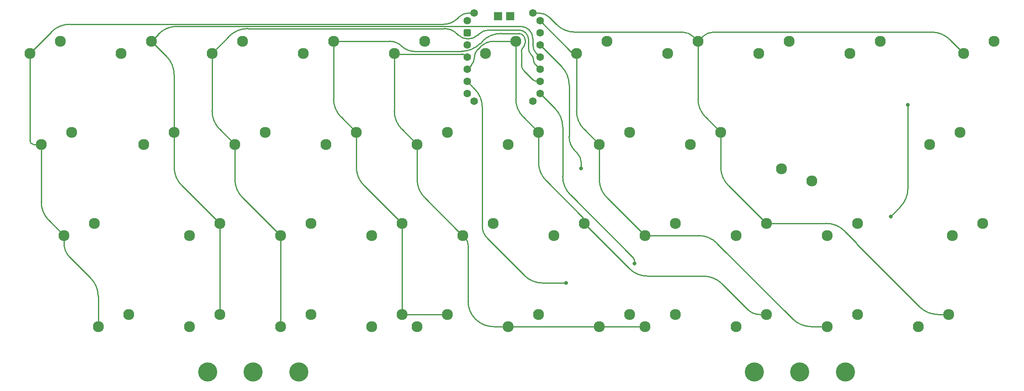
<source format=gbr>
%TF.GenerationSoftware,KiCad,Pcbnew,8.0.0*%
%TF.CreationDate,2024-02-25T16:00:07+01:00*%
%TF.ProjectId,QASS_PCB,51415353-5f50-4434-922e-6b696361645f,rev?*%
%TF.SameCoordinates,Original*%
%TF.FileFunction,Copper,L1,Top*%
%TF.FilePolarity,Positive*%
%FSLAX46Y46*%
G04 Gerber Fmt 4.6, Leading zero omitted, Abs format (unit mm)*
G04 Created by KiCad (PCBNEW 8.0.0) date 2024-02-25 16:00:07*
%MOMM*%
%LPD*%
G01*
G04 APERTURE LIST*
G04 Aperture macros list*
%AMRoundRect*
0 Rectangle with rounded corners*
0 $1 Rounding radius*
0 $2 $3 $4 $5 $6 $7 $8 $9 X,Y pos of 4 corners*
0 Add a 4 corners polygon primitive as box body*
4,1,4,$2,$3,$4,$5,$6,$7,$8,$9,$2,$3,0*
0 Add four circle primitives for the rounded corners*
1,1,$1+$1,$2,$3*
1,1,$1+$1,$4,$5*
1,1,$1+$1,$6,$7*
1,1,$1+$1,$8,$9*
0 Add four rect primitives between the rounded corners*
20,1,$1+$1,$2,$3,$4,$5,0*
20,1,$1+$1,$4,$5,$6,$7,0*
20,1,$1+$1,$6,$7,$8,$9,0*
20,1,$1+$1,$8,$9,$2,$3,0*%
G04 Aperture macros list end*
%TA.AperFunction,ComponentPad*%
%ADD10C,2.300000*%
%TD*%
%TA.AperFunction,ComponentPad*%
%ADD11C,4.000000*%
%TD*%
%TA.AperFunction,ComponentPad*%
%ADD12C,1.600000*%
%TD*%
%TA.AperFunction,ComponentPad*%
%ADD13RoundRect,0.400000X0.400000X-0.400000X0.400000X0.400000X-0.400000X0.400000X-0.400000X-0.400000X0*%
%TD*%
%TA.AperFunction,ComponentPad*%
%ADD14R,1.700000X1.700000*%
%TD*%
%TA.AperFunction,ViaPad*%
%ADD15C,0.800000*%
%TD*%
%TA.AperFunction,Conductor*%
%ADD16C,0.250000*%
%TD*%
G04 APERTURE END LIST*
D10*
%TO.P,MX24,1,1*%
%TO.N,c2*%
X81915000Y-65325625D03*
%TO.P,MX24,2,2*%
%TO.N,Net-(D11-A1)*%
X88265000Y-62785625D03*
%TD*%
%TO.P,MX39,1,1*%
%TO.N,Net-(D18-A2)*%
X215265000Y-84375625D03*
%TO.P,MX39,2,2*%
%TO.N,c7*%
X221615000Y-81835625D03*
%TD*%
%TO.P,MX10,1,1*%
%TO.N,Net-(D4-A2)*%
X200977500Y-27225625D03*
%TO.P,MX10,2,2*%
%TO.N,c6*%
X207327500Y-24685625D03*
%TD*%
%TO.P,MX5,1,1*%
%TO.N,c4*%
X105727500Y-27225625D03*
%TO.P,MX5,2,2*%
%TO.N,Net-(D2-A1)*%
X112077500Y-24685625D03*
%TD*%
%TO.P,MX2,1,1*%
%TO.N,Net-(D40-A2)*%
X48577500Y-27225625D03*
%TO.P,MX2,2,2*%
%TO.N,c1*%
X54927500Y-24685625D03*
%TD*%
%TO.P,MX3,1,1*%
%TO.N,c2*%
X67627500Y-27225625D03*
%TO.P,MX3,2,2*%
%TO.N,Net-(D1-A1)*%
X73977500Y-24685625D03*
%TD*%
%TO.P,MX27,1,1*%
%TO.N,Net-(D12-A2)*%
X139065000Y-65325625D03*
%TO.P,MX27,2,2*%
%TO.N,c5*%
X145415000Y-62785625D03*
%TD*%
%TO.P,MX25,1,1*%
%TO.N,Net-(D11-A2)*%
X100965000Y-65325625D03*
%TO.P,MX25,2,2*%
%TO.N,c3*%
X107315000Y-62785625D03*
%TD*%
%TO.P,MX31,1,1*%
%TO.N,Net-(D14-A2)*%
X222408750Y-65325625D03*
%TO.P,MX31,2,2*%
%TO.N,c1*%
X228758750Y-62785625D03*
%TD*%
%TO.P,MX33,1,1*%
%TO.N,Net-(D15-A2)*%
X62865000Y-84375625D03*
%TO.P,MX33,2,2*%
%TO.N,c1*%
X69215000Y-81835625D03*
%TD*%
%TO.P,MX8,1,1*%
%TO.N,Net-(D3-A2)*%
X162877500Y-27225625D03*
%TO.P,MX8,2,2*%
%TO.N,c7*%
X169227500Y-24685625D03*
%TD*%
%TO.P,MX21,2,2*%
%TO.N,c2*%
X223996250Y-43735625D03*
%TO.P,MX21,1,1*%
%TO.N,Net-(D9-A2)*%
X217646250Y-46275625D03*
%TD*%
%TO.P,MX36,1,1*%
%TO.N,c4*%
X158115000Y-84375625D03*
%TO.P,MX36,2,2*%
%TO.N,Net-(D17-A1)*%
X164465000Y-81835625D03*
%TD*%
%TO.P,MX14,2,2*%
%TO.N,Net-(D6-A1)*%
X78740000Y-43735625D03*
%TO.P,MX14,1,1*%
%TO.N,c2*%
X72390000Y-46275625D03*
%TD*%
%TO.P,MX16,2,2*%
%TO.N,Net-(D7-A1)*%
X116840000Y-43735625D03*
%TO.P,MX16,1,1*%
%TO.N,c4*%
X110490000Y-46275625D03*
%TD*%
%TO.P,MX38,1,1*%
%TO.N,c6*%
X196215000Y-84375625D03*
%TO.P,MX38,2,2*%
%TO.N,Net-(D18-A1)*%
X202565000Y-81835625D03*
%TD*%
%TO.P,MX13,1,1*%
%TO.N,Net-(D5-A2)*%
X53340000Y-46275625D03*
%TO.P,MX13,2,2*%
%TO.N,c1*%
X59690000Y-43735625D03*
%TD*%
%TO.P,MX19,2,2*%
%TO.N,c7*%
X173990000Y-43735625D03*
%TO.P,MX19,1,1*%
%TO.N,Net-(D8-A2)*%
X167640000Y-46275625D03*
%TD*%
%TO.P,MX22,1,1*%
%TO.N,c0*%
X36671250Y-65325625D03*
%TO.P,MX22,2,2*%
%TO.N,Net-(D10-A1)*%
X43021250Y-62785625D03*
%TD*%
%TO.P,MX17,2,2*%
%TO.N,c5*%
X135890000Y-43735625D03*
%TO.P,MX17,1,1*%
%TO.N,Net-(D7-A2)*%
X129540000Y-46275625D03*
%TD*%
%TO.P,MX11,1,1*%
%TO.N,c7*%
X224790000Y-27225625D03*
%TO.P,MX11,2,2*%
%TO.N,Net-(D19-A2)*%
X231140000Y-24685625D03*
%TD*%
%TO.P,MX34,1,1*%
%TO.N,c2*%
X81915000Y-84375625D03*
%TO.P,MX34,2,2*%
%TO.N,Net-(D16-A1)*%
X88265000Y-81835625D03*
%TD*%
%TO.P,MX9,1,1*%
%TO.N,c5*%
X181927500Y-27225625D03*
%TO.P,MX9,2,2*%
%TO.N,Net-(D4-A1)*%
X188277500Y-24685625D03*
%TD*%
%TO.P,MX41,1,1*%
%TO.N,c4*%
X129540000Y-84375625D03*
%TO.P,MX41,2,2*%
%TO.N,Net-(D17-A1)*%
X135890000Y-81835625D03*
%TD*%
%TO.P,MX23,1,1*%
%TO.N,Net-(D10-A2)*%
X62865000Y-65325625D03*
%TO.P,MX23,2,2*%
%TO.N,c1*%
X69215000Y-62785625D03*
%TD*%
%TO.P,MX12,1,1*%
%TO.N,c0*%
X31908750Y-46275625D03*
%TO.P,MX12,2,2*%
%TO.N,Net-(D5-A1)*%
X38258750Y-43735625D03*
%TD*%
%TO.P,MX6,1,1*%
%TO.N,Net-(D2-A2)*%
X124777500Y-27225625D03*
%TO.P,MX6,2,2*%
%TO.N,c5*%
X131127500Y-24685625D03*
%TD*%
%TO.P,MX4,1,1*%
%TO.N,Net-(D1-A2)*%
X86677500Y-27225625D03*
%TO.P,MX4,2,2*%
%TO.N,c3*%
X93027500Y-24685625D03*
%TD*%
%TO.P,MX30,1,1*%
%TO.N,c3*%
X196215000Y-65325625D03*
%TO.P,MX30,2,2*%
%TO.N,Net-(D14-A1)*%
X202565000Y-62785625D03*
%TD*%
%TO.P,MX7,1,1*%
%TO.N,c6*%
X143827500Y-27225625D03*
%TO.P,MX7,2,2*%
%TO.N,Net-(D3-A1)*%
X150177500Y-24685625D03*
%TD*%
%TO.P,MX18,2,2*%
%TO.N,Net-(D8-A1)*%
X154940000Y-43735625D03*
%TO.P,MX18,1,1*%
%TO.N,c6*%
X148590000Y-46275625D03*
%TD*%
%TO.P,MX28,1,1*%
%TO.N,c6*%
X158115000Y-65325625D03*
%TO.P,MX28,2,2*%
%TO.N,Net-(D13-A1)*%
X164465000Y-62785625D03*
%TD*%
%TO.P,MX29,1,1*%
%TO.N,Net-(D13-A2)*%
X177165000Y-65325625D03*
%TO.P,MX29,2,2*%
%TO.N,c7*%
X183515000Y-62785625D03*
%TD*%
%TO.P,MX35,1,1*%
%TO.N,Net-(D16-A2)*%
X100965000Y-84375625D03*
%TO.P,MX35,2,2*%
%TO.N,c3*%
X107315000Y-81835625D03*
%TD*%
%TO.P,MX42,1,1*%
%TO.N,c4*%
X148590000Y-84375625D03*
%TO.P,MX42,2,2*%
%TO.N,Net-(D17-A1)*%
X154940000Y-81835625D03*
%TD*%
%TO.P,MX1,1,1*%
%TO.N,c0*%
X29527500Y-27225625D03*
%TO.P,MX1,2,2*%
%TO.N,Net-(D40-A1)*%
X35877500Y-24685625D03*
%TD*%
%TO.P,MX37,1,1*%
%TO.N,Net-(D17-A2)*%
X177165000Y-84375625D03*
%TO.P,MX37,2,2*%
%TO.N,c5*%
X183515000Y-81835625D03*
%TD*%
%TO.P,MX32,1,1*%
%TO.N,c0*%
X43815000Y-84375625D03*
%TO.P,MX32,2,2*%
%TO.N,Net-(D15-A1)*%
X50165000Y-81835625D03*
%TD*%
%TO.P,MX15,1,1*%
%TO.N,Net-(D6-A2)*%
X91440000Y-46275625D03*
%TO.P,MX15,2,2*%
%TO.N,c3*%
X97790000Y-43735625D03*
%TD*%
%TO.P,MX40,1,1*%
%TO.N,Net-(D16-A2)*%
X110490000Y-84375625D03*
%TO.P,MX40,2,2*%
%TO.N,c3*%
X116840000Y-81835625D03*
%TD*%
D11*
%TO.P,S7,*%
%TO.N,*%
X200025000Y-93900625D03*
X190500000Y-93900625D03*
X76200000Y-93900625D03*
X66675000Y-93900625D03*
%TD*%
D10*
%TO.P,MX26,1,1*%
%TO.N,c4*%
X120015000Y-65325625D03*
%TO.P,MX26,2,2*%
%TO.N,Net-(D12-A1)*%
X126365000Y-62785625D03*
%TD*%
%TO.P,MX20,2,2*%
%TO.N,Net-(D9-A1)*%
X193040000Y-53895625D03*
%TO.P,MX20,1,1*%
%TO.N,c4*%
X186690000Y-51355625D03*
%TD*%
D11*
%TO.P,S6,*%
%TO.N,*%
X180975000Y-93900625D03*
X85725000Y-93900625D03*
%TD*%
D12*
%TO.P,U1,1,P3.2*%
%TO.N,c6*%
X136207500Y-20399375D03*
%TO.P,U1,2,P1.1*%
%TO.N,r0*%
X136207500Y-22939375D03*
%TO.P,U1,3,P1.2*%
%TO.N,r1*%
X136207500Y-25479375D03*
%TO.P,U1,4,P1.3*%
%TO.N,c1*%
X136207500Y-28019375D03*
%TO.P,U1,5,P3.5*%
%TO.N,c2*%
X136207500Y-30559375D03*
%TO.P,U1,6,P3.4*%
%TO.N,c3*%
X136207500Y-33099375D03*
%TO.P,U1,7,P3.1*%
%TO.N,r2*%
X136207500Y-35639375D03*
%TO.P,U1,8,RX/CS*%
%TO.N,r4*%
X120967500Y-35639375D03*
%TO.P,U1,9,P1.7*%
%TO.N,r3*%
X120967500Y-33099375D03*
%TO.P,U1,10,P1.6*%
%TO.N,c5*%
X120967500Y-30559375D03*
%TO.P,U1,11,P1.5*%
%TO.N,c4*%
X120967500Y-28019375D03*
%TO.P,U1,12,3V3*%
%TO.N,unconnected-(U1-3V3-Pad12)*%
X120967500Y-25479375D03*
D13*
%TO.P,U1,13,GND*%
%TO.N,unconnected-(U1-GND-Pad13)*%
X120967500Y-22939375D03*
D12*
%TO.P,U1,14,VCC*%
%TO.N,unconnected-(U1-VCC-Pad14)*%
X120967500Y-20399375D03*
%TO.P,U1,15,RST*%
%TO.N,unconnected-(U1-RST-Pad15)*%
X134742500Y-37249375D03*
%TO.P,U1,16,BOOT*%
%TO.N,unconnected-(U1-BOOT-Pad16)*%
X122432500Y-37249375D03*
%TO.P,U1,17,P1.0*%
%TO.N,c0*%
X122432500Y-18789375D03*
%TO.P,U1,18,P3.3*%
%TO.N,c7*%
X134742500Y-18789375D03*
%TD*%
D14*
%TO.P,J1,1,Pin_1*%
%TO.N,c0*%
X129920000Y-19446875D03*
%TO.P,J1,2,Pin_2*%
%TO.N,c7*%
X127380000Y-19446875D03*
%TD*%
D15*
%TO.N,r1*%
X144809672Y-51243749D03*
%TO.N,r2*%
X155971875Y-71184375D03*
%TO.N,r3*%
X141684375Y-75262500D03*
%TO.N,r4*%
X213121724Y-37951165D03*
X209549852Y-61317161D03*
%TD*%
D16*
%TO.N,c4*%
X112083792Y-57394417D02*
X119308112Y-64618737D01*
%TO.N,r1*%
X143989260Y-48102864D02*
X143544634Y-47658238D01*
X140685803Y-29957678D02*
X136207500Y-25479375D01*
X142279596Y-33805434D02*
X142279596Y-44604166D01*
X144809672Y-50083512D02*
X144809672Y-51243749D01*
X143544635Y-47658237D02*
G75*
G02*
X142279619Y-44604166I3054065J3054037D01*
G01*
X143989260Y-48102864D02*
G75*
G02*
X144809659Y-50083512I-1980660J-1980636D01*
G01*
X142279596Y-33805434D02*
G75*
G03*
X140685830Y-29957651I-5441596J34D01*
G01*
%TO.N,r2*%
X155971875Y-70715625D02*
X155971875Y-71184375D01*
X139346351Y-38778226D02*
X136207500Y-35639375D01*
X142533936Y-56808936D02*
X155640418Y-69915418D01*
X140940144Y-42625982D02*
X140940144Y-52961180D01*
X140940144Y-42625982D02*
G75*
G03*
X139346341Y-38778236I-5441544J-18D01*
G01*
X155971875Y-70715625D02*
G75*
G03*
X155640433Y-69915403I-1131675J25D01*
G01*
X142533936Y-56808936D02*
G75*
G02*
X140940160Y-52961180I3847764J3847736D01*
G01*
%TO.N,r3*%
X141684375Y-75262500D02*
X136750010Y-75262500D01*
X125158240Y-65848734D02*
X126167044Y-66857538D01*
X132902254Y-73668707D02*
X126220755Y-66987208D01*
X124122580Y-38485433D02*
X124122580Y-63348429D01*
X122545040Y-34676915D02*
X120967500Y-33099375D01*
X126220755Y-66987208D02*
G75*
G02*
X126193922Y-66922373I64845J64808D01*
G01*
X126167043Y-66857539D02*
G75*
G02*
X126193915Y-66922373I-64843J-64861D01*
G01*
X124122580Y-38485433D02*
G75*
G03*
X122545061Y-34676894I-5386080J33D01*
G01*
X125158241Y-65848733D02*
G75*
G02*
X124122547Y-63348429I2500259J2500333D01*
G01*
X132902255Y-73668706D02*
G75*
G03*
X136750010Y-75262477I3847745J3847806D01*
G01*
%TO.N,c0*%
X33502542Y-62156917D02*
X36671250Y-65325625D01*
X31908750Y-58309161D02*
X31908750Y-46275625D01*
X37853405Y-69851422D02*
X42221207Y-74219224D01*
X119239856Y-19623305D02*
X118903432Y-19959730D01*
X29527500Y-27225625D02*
X34029247Y-22723877D01*
X121253143Y-18789375D02*
X122432500Y-18789375D01*
X37877003Y-21130085D02*
X116077945Y-21130085D01*
X36671250Y-66997446D02*
X36671250Y-65325625D01*
X43815000Y-78066980D02*
X43815000Y-84375625D01*
X29527500Y-27225625D02*
X29527500Y-45462615D01*
X30340509Y-46275625D02*
X31908750Y-46275625D01*
X29527500Y-45462615D02*
G75*
G03*
X29765635Y-46037490I813000J15D01*
G01*
X37853405Y-69851422D02*
G75*
G02*
X36671223Y-66997446I2853995J2854022D01*
G01*
X33502542Y-62156917D02*
G75*
G02*
X31908778Y-58309161I3847758J3847717D01*
G01*
X30340509Y-46275625D02*
G75*
G02*
X29765617Y-46037508I-9J813025D01*
G01*
X42221206Y-74219225D02*
G75*
G02*
X43814998Y-78066980I-3847806J-3847775D01*
G01*
X121253143Y-18789375D02*
G75*
G03*
X119239833Y-19623282I-43J-2847225D01*
G01*
X118903432Y-19959730D02*
G75*
G02*
X116077945Y-21130104I-2825532J2825530D01*
G01*
X37877003Y-21130085D02*
G75*
G03*
X34029253Y-22723883I-3J-5441515D01*
G01*
%TO.N,c1*%
X135448434Y-27260309D02*
X136207500Y-28019375D01*
X134689368Y-24120737D02*
X134689368Y-25427761D01*
X59690000Y-51006661D02*
X59690000Y-43735625D01*
X69215000Y-62785625D02*
X69215000Y-81835625D01*
X58096207Y-27854332D02*
X54927500Y-24685625D01*
X56480270Y-23132855D02*
X54927500Y-24685625D01*
X60228988Y-21580085D02*
X132148715Y-21580085D01*
X59690000Y-31702088D02*
X59690000Y-43735625D01*
X69215000Y-62785625D02*
X61283792Y-54854417D01*
X59690000Y-51006661D02*
G75*
G03*
X61283793Y-54854416I5441550J1D01*
G01*
X58096207Y-27854332D02*
G75*
G02*
X59689993Y-31702088I-3847807J-3847768D01*
G01*
X133945227Y-22324226D02*
G75*
G02*
X134689336Y-24120737I-1796527J-1796474D01*
G01*
X60228988Y-21580085D02*
G75*
G03*
X56480270Y-23132855I12J-5301515D01*
G01*
X134689368Y-25427761D02*
G75*
G03*
X135448411Y-27260332I2591632J-39D01*
G01*
X133945227Y-22324226D02*
G75*
G03*
X132148715Y-21580064I-1796527J-1796474D01*
G01*
%TO.N,c2*%
X118816137Y-23119730D02*
X119028801Y-23332394D01*
X75077003Y-22030085D02*
X116185501Y-22030085D01*
X71229247Y-23623877D02*
X67627500Y-27225625D01*
X123328833Y-23266800D02*
X123263238Y-23332394D01*
X125604410Y-22324225D02*
X131763877Y-22324225D01*
X133796400Y-26201231D02*
X133796400Y-24356747D01*
X67627500Y-39259161D02*
X67627500Y-27225625D01*
X81915000Y-65325625D02*
X81915000Y-84375625D01*
X134317298Y-27458791D02*
X134410261Y-27551754D01*
X72390000Y-46275625D02*
X72390000Y-53546661D01*
X72390000Y-46275625D02*
X69221292Y-43106917D01*
X135266130Y-29618005D02*
X136207500Y-30559375D01*
X73983792Y-57394417D02*
X81915000Y-65325625D01*
X118816136Y-23119731D02*
G75*
G03*
X116185501Y-22030095I-2630636J-2630669D01*
G01*
X133201088Y-22919537D02*
G75*
G03*
X131763877Y-22324227I-1437188J-1437163D01*
G01*
X121146020Y-24209375D02*
G75*
G03*
X123263223Y-23332379I-20J2994175D01*
G01*
X71229247Y-23623877D02*
G75*
G02*
X75077003Y-22030077I3847753J-3847723D01*
G01*
X133796400Y-24356747D02*
G75*
G03*
X133201107Y-22919518I-2032500J47D01*
G01*
X73983793Y-57394416D02*
G75*
G02*
X72390043Y-53546661I3847807J3847716D01*
G01*
X133796400Y-26201231D02*
G75*
G03*
X134317305Y-27458784I1778500J31D01*
G01*
X134838196Y-28584880D02*
G75*
G03*
X134410258Y-27551757I-1461096J-20D01*
G01*
X119028801Y-23332394D02*
G75*
G03*
X121146020Y-24209368I2117199J2117194D01*
G01*
X67627500Y-39259161D02*
G75*
G03*
X69221293Y-43106916I5441550J1D01*
G01*
X123328833Y-23266800D02*
G75*
G02*
X125604410Y-22324239I2275567J-2275600D01*
G01*
X134838196Y-28584880D02*
G75*
G03*
X135266111Y-29618024I1461104J-20D01*
G01*
%TO.N,c3*%
X132815671Y-30838916D02*
X134676130Y-32699375D01*
X107315000Y-81835625D02*
X107315000Y-62785625D01*
X93027500Y-24685625D02*
X93027500Y-36719161D01*
X131781933Y-23068365D02*
X128013722Y-23068365D01*
X132308120Y-29613580D02*
X132308120Y-26868767D01*
X107315000Y-81835625D02*
X116840000Y-81835625D01*
X109834168Y-26789065D02*
X119785095Y-26789065D01*
X93027500Y-24685625D02*
X104756015Y-24685625D01*
X133052260Y-25072254D02*
X133052260Y-24338691D01*
X97790000Y-51006661D02*
X97790000Y-43735625D01*
X94621292Y-40566917D02*
X97790000Y-43735625D01*
X99383792Y-54854417D02*
X107315000Y-62785625D01*
X124165966Y-24662157D02*
X123632851Y-25195271D01*
X132680190Y-23440435D02*
G75*
G03*
X131781933Y-23068344I-898290J-898265D01*
G01*
X124165967Y-24662158D02*
G75*
G02*
X128013722Y-23068377I3847733J-3847742D01*
G01*
X107295092Y-25737345D02*
G75*
G03*
X104756015Y-24685608I-2539092J-2539055D01*
G01*
X109834168Y-26789065D02*
G75*
G02*
X107295114Y-25737323I32J3590765D01*
G01*
X119785095Y-26789065D02*
G75*
G03*
X123632858Y-25195278I5J5441565D01*
G01*
X132308120Y-26868767D02*
G75*
G02*
X132680216Y-25970537I1270280J-33D01*
G01*
X132680190Y-23440435D02*
G75*
G02*
X133052256Y-24338691I-898290J-898265D01*
G01*
X134676130Y-32699375D02*
G75*
G03*
X135641815Y-33099367I965670J965675D01*
G01*
X99383793Y-54854416D02*
G75*
G02*
X97790043Y-51006661I3847807J3847716D01*
G01*
X94621293Y-40566916D02*
G75*
G02*
X93027543Y-36719161I3847807J3847716D01*
G01*
X133052260Y-25072254D02*
G75*
G02*
X132680220Y-25970541I-1270360J-46D01*
G01*
X132815671Y-30838916D02*
G75*
G02*
X132308133Y-29613580I1225329J1225316D01*
G01*
%TO.N,c4*%
X107321292Y-43106917D02*
X110490000Y-46275625D01*
X129540000Y-84375625D02*
X158115000Y-84375625D01*
X119883490Y-27384377D02*
X105998506Y-27384377D01*
X105727500Y-27337879D02*
X105727500Y-39259161D01*
X126464531Y-84375625D02*
X129540000Y-84375625D01*
X110490000Y-53546661D02*
X110490000Y-46275625D01*
X121146020Y-79057113D02*
X121146020Y-67256396D01*
X107321293Y-43106916D02*
G75*
G02*
X105727543Y-39259161I3847807J3847716D01*
G01*
X121146020Y-67256396D02*
G75*
G03*
X120580518Y-65891127I-1930820J-4D01*
G01*
X112083793Y-57394416D02*
G75*
G02*
X110490043Y-53546661I3847807J3847716D01*
G01*
X122703776Y-82817869D02*
G75*
G03*
X126464531Y-84375598I3760724J3760769D01*
G01*
X119883490Y-27384377D02*
G75*
G02*
X120650009Y-27701868I10J-1084023D01*
G01*
X122703776Y-82817869D02*
G75*
G02*
X121146002Y-79057113I3760724J3760769D01*
G01*
%TO.N,c5*%
X135890000Y-49994697D02*
X135890000Y-43735625D01*
X131127500Y-24685625D02*
X126584399Y-24685625D01*
X158702088Y-73818750D02*
X170386661Y-73818750D01*
X154854332Y-72224957D02*
X145772783Y-63143408D01*
X131127500Y-24685625D02*
X131127500Y-36719161D01*
X145057216Y-61415877D02*
X137483792Y-53842453D01*
X182086250Y-81835625D02*
X183515000Y-81835625D01*
X120975107Y-30530250D02*
X121801994Y-29703362D01*
X132721292Y-40566917D02*
X135890000Y-43735625D01*
X174234417Y-75412542D02*
X179647221Y-80825346D01*
X123168949Y-26403243D02*
X123686020Y-25886173D01*
X179647221Y-80825346D02*
G75*
G03*
X182086250Y-81835655I2439079J2439046D01*
G01*
X121801994Y-29703362D02*
G75*
G03*
X122485462Y-28053303I-1650094J1650062D01*
G01*
X132721293Y-40566916D02*
G75*
G02*
X131127543Y-36719161I3847807J3847716D01*
G01*
X154854333Y-72224956D02*
G75*
G03*
X158702088Y-73818757I3847767J3847756D01*
G01*
X123686021Y-25886174D02*
G75*
G02*
X126584399Y-24685610I2898379J-2898326D01*
G01*
X135890000Y-49994697D02*
G75*
G03*
X137483780Y-53842465I5441600J-3D01*
G01*
X145057216Y-61415877D02*
G75*
G02*
X145414954Y-62279643I-863816J-863723D01*
G01*
X123168950Y-26403244D02*
G75*
G03*
X122485472Y-28053303I1650050J-1650056D01*
G01*
X174234417Y-75412542D02*
G75*
G03*
X170386661Y-73818778I-3847717J-3847758D01*
G01*
%TO.N,c6*%
X142753116Y-26944991D02*
X136207500Y-20399375D01*
X173181025Y-66919417D02*
X189043440Y-82781832D01*
X148590000Y-46275625D02*
X145421292Y-43106917D01*
X158115000Y-65325625D02*
X150183792Y-57394417D01*
X192891196Y-84375625D02*
X196215000Y-84375625D01*
X158115000Y-65325625D02*
X169333269Y-65325625D01*
X148590000Y-46275625D02*
X148590000Y-53546661D01*
X143827500Y-27622500D02*
X143827500Y-39259161D01*
X173181024Y-66919418D02*
G75*
G03*
X169333269Y-65325655I-3847724J-3847782D01*
G01*
X189043440Y-82781832D02*
G75*
G03*
X192891196Y-84375634I3847760J3847732D01*
G01*
X145421293Y-43106916D02*
G75*
G02*
X143827543Y-39259161I3847807J3847716D01*
G01*
X142753116Y-26944991D02*
G75*
G03*
X143430625Y-27225612I677484J677491D01*
G01*
X148590000Y-53546661D02*
G75*
G03*
X150183762Y-57394447I5441600J-39D01*
G01*
%TO.N,c7*%
X221928876Y-24364501D02*
X224790000Y-27225625D01*
X172496466Y-22770709D02*
X218081120Y-22770709D01*
X169227500Y-25362650D02*
X169227500Y-36719161D01*
X169706229Y-24206896D02*
X170184958Y-23728167D01*
X219392500Y-81835625D02*
X221615000Y-81835625D01*
X183515000Y-62785625D02*
X175583792Y-54854417D01*
X135999483Y-18789375D02*
X134742500Y-18789375D01*
X139644007Y-21176916D02*
X138145287Y-19678196D01*
X202455818Y-67121443D02*
X215598455Y-80264080D01*
X173990000Y-51006661D02*
X173990000Y-43735625D01*
X202331981Y-66822475D02*
X199888923Y-64379417D01*
X168748771Y-24206896D02*
X168270042Y-23728167D01*
X183515000Y-62785625D02*
X196041167Y-62785625D01*
X170821292Y-40566917D02*
X173990000Y-43735625D01*
X165958533Y-22770709D02*
X143491763Y-22770709D01*
X196041167Y-62785625D02*
G75*
G02*
X199888945Y-64379395I33J-5441575D01*
G01*
X202393900Y-66971959D02*
G75*
G03*
X202331960Y-66822496I-211400J-41D01*
G01*
X139644007Y-21176916D02*
G75*
G03*
X143491763Y-22770746I3847793J3847716D01*
G01*
X138145287Y-19678196D02*
G75*
G03*
X135999483Y-18789387I-2145787J-2145804D01*
G01*
X218081120Y-22770709D02*
G75*
G02*
X221928874Y-24364503I-20J-5441591D01*
G01*
X173990000Y-51006661D02*
G75*
G03*
X175583762Y-54854447I5441600J-39D01*
G01*
X168270042Y-23728167D02*
G75*
G03*
X165958533Y-22770693I-2311542J-2311533D01*
G01*
X170821293Y-40566916D02*
G75*
G02*
X169227543Y-36719161I3847807J3847716D01*
G01*
X172496466Y-22770709D02*
G75*
G03*
X170184970Y-23728179I34J-3268991D01*
G01*
X202393900Y-66971959D02*
G75*
G03*
X202455798Y-67121463I211400J-41D01*
G01*
X215598455Y-80264080D02*
G75*
G03*
X219392500Y-81835614I3794045J3794080D01*
G01*
%TO.N,r4*%
X213121724Y-37951165D02*
X213121724Y-55491325D01*
X209549852Y-61317161D02*
X211527931Y-59339081D01*
X213121724Y-55491325D02*
G75*
G02*
X211527914Y-59339064I-5441524J25D01*
G01*
%TD*%
M02*

</source>
